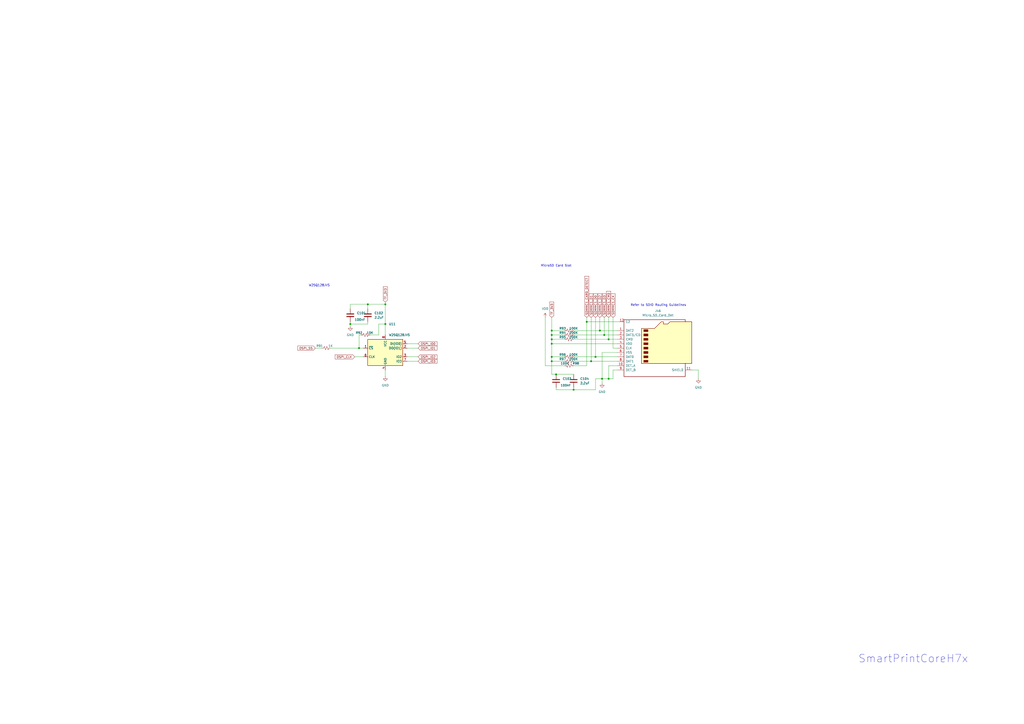
<source format=kicad_sch>
(kicad_sch (version 20230121) (generator eeschema)
  (paper "A2")
  (title_block (title "Storage") (date "2024-01-18") (rev "1") (company "Boltz R&D") (comment 1 "License: This work is licensed under CC BY-SA 4.0 "))
  (lib_symbols
    (symbol "Connector:Micro_SD_Card_Det" (pin_names (offset 1.016))
      (property "Reference" "J2" (at 0.635 21.59 0))
      (property "Value" "Micro_SD_Card_Det" (at 0.635 19.05 0))
      (symbol "Micro_SD_Card_Det_0_1"
        (rectangle (start -7.62 -6.985) (end -5.08 -8.255) (fill (type outline)))
        (rectangle (start -7.62 -4.445) (end -5.08 -5.715) (fill (type outline)))
        (rectangle (start -7.62 -1.905) (end -5.08 -3.175) (fill (type outline)))
        (rectangle (start -7.62 0.635) (end -5.08 -0.635) (fill (type outline)))
        (rectangle (start -7.62 3.175) (end -5.08 1.905) (fill (type outline)))
        (rectangle (start -7.62 5.715) (end -5.08 4.445) (fill (type outline)))
        (rectangle (start -7.62 8.255) (end -5.08 6.985) (fill (type outline)))
        (rectangle (start -7.62 10.795) (end -5.08 9.525) (fill (type outline)))
        (polyline (pts (xy 16.51 15.24) (xy 16.51 16.51) (xy -19.05 16.51) (xy -19.05 -16.51) (xy 16.51 -16.51) (xy 16.51 -8.89)) (stroke (width 0.254)))
        (polyline (pts (xy -8.89 -8.89) (xy -8.89 11.43) (xy -1.27 11.43) (xy 2.54 15.24) (xy 3.81 15.24) (xy 3.81 13.97) (xy 6.35 13.97) (xy 7.62 15.24) (xy 20.32 15.24) (xy 20.32 -8.89) (xy -8.89 -8.89)) (stroke (width 0.254)) (fill (type background)))
      )
      (symbol "Micro_SD_Card_Det_1_1"
        (pin bidirectional line (at -22.86 10.16 0) (length 3.81) (name "DAT2") (number "1"))
        (pin passive line (at -22.86 -10.16 0) (length 3.81) (name "DET_A") (number "10"))
        (pin passive line (at 20.32 -12.7 180) (length 3.81) (name "SHIELD") (number "11"))
        (pin bidirectional line (at -21.59 15.24 0) (length 2.54) (name "12") (number "12"))
        (pin bidirectional line (at -22.86 7.62 0) (length 3.81) (name "DAT3/CD") (number "2"))
        (pin input line (at -22.86 5.08 0) (length 3.81) (name "CMD") (number "3"))
        (pin power_in line (at -22.86 2.54 0) (length 3.81) (name "VDD") (number "4"))
        (pin input line (at -22.86 0 0) (length 3.81) (name "CLK") (number "5"))
        (pin power_in line (at -22.86 -2.54 0) (length 3.81) (name "VSS") (number "6"))
        (pin bidirectional line (at -22.86 -5.08 0) (length 3.81) (name "DAT0") (number "7"))
        (pin bidirectional line (at -22.86 -7.62 0) (length 3.81) (name "DAT1") (number "8"))
        (pin passive line (at -22.86 -12.7 0) (length 3.81) (name "DET_B") (number "9"))
      )
    )
    (symbol "Device:C" (pin_numbers hide) (pin_names (offset 0.254))
      (property "Reference" "C" (at 0.635 2.54 0))
      (property "Value" "C" (at 0.635 -2.54 0))
      (symbol "C_0_1"
        (polyline (pts (xy -2.032 -0.762) (xy 2.032 -0.762)) (stroke (width 0.508)))
        (polyline (pts (xy -2.032 0.762) (xy 2.032 0.762)) (stroke (width 0.508)))
      )
      (symbol "C_1_1"
        (pin passive line (at 0 3.81 270) (length 2.794) (name "~") (number "1"))
        (pin passive line (at 0 -3.81 90) (length 2.794) (name "~") (number "2"))
      )
    )
    (symbol "Device:R_Small_US" (pin_numbers hide) (pin_names (offset 0.254) hide)
      (property "Reference" "R" (at 0.762 0.508 0))
      (property "Value" "R_Small_US" (at 0.762 -1.016 0))
      (symbol "R_Small_US_1_1"
        (polyline (pts (xy 0 0) (xy 1.016 -0.381) (xy 0 -0.762) (xy -1.016 -1.143) (xy 0 -1.524)))
        (polyline (pts (xy 0 1.524) (xy 1.016 1.143) (xy 0 0.762) (xy -1.016 0.381) (xy 0 0)))
        (pin passive line (at 0 2.54 270) (length 1.016) (name "~") (number "1"))
        (pin passive line (at 0 -2.54 90) (length 1.016) (name "~") (number "2"))
      )
    )
    (symbol "Memory_Flash:W25Q128JVS"
      (property "Reference" "U" (at -8.89 8.89 0))
      (property "Value" "W25Q128JVS" (at 7.62 8.89 0))
      (symbol "W25Q128JVS_0_1"
        (rectangle (start -10.16 7.62) (end 10.16 -7.62) (stroke (width 0.254)) (fill (type background)))
      )
      (symbol "W25Q128JVS_1_1"
        (pin input line (at -12.7 2.54 0) (length 2.54) (name "~{CS}") (number "1"))
        (pin bidirectional line (at 12.7 2.54 180) (length 2.54) (name "DO(IO1)") (number "2"))
        (pin bidirectional line (at 12.7 -2.54 180) (length 2.54) (name "IO2") (number "3"))
        (pin power_in line (at 0 -10.16 90) (length 2.54) (name "GND") (number "4"))
        (pin bidirectional line (at 12.7 5.08 180) (length 2.54) (name "DI(IO0)") (number "5"))
        (pin input line (at -12.7 -2.54 0) (length 2.54) (name "CLK") (number "6"))
        (pin bidirectional line (at 12.7 -5.08 180) (length 2.54) (name "IO3") (number "7"))
        (pin power_in line (at 0 10.16 270) (length 2.54) (name "VCC") (number "8"))
      )
    )
    (symbol "power:GND" (power) (pin_names (offset 0))
      (property "Value" "GND" (at 0 -3.81 0))
      (symbol "GND_0_1"
        (polyline (pts (xy 0 0) (xy 0 -1.27) (xy 1.27 -1.27) (xy 0 -2.54) (xy -1.27 -1.27) (xy 0 -1.27)))
      )
      (symbol "GND_1_1"
        (pin power_in line (at 0 0 270) (length 0) hide (name "GND") (number "1"))
      )
    )
    (symbol "power:VDD" (power) (pin_names (offset 0))
      (property "Value" "VDD" (at 0 3.81 0))
      (symbol "VDD_0_1"
        (polyline (pts (xy -0.762 1.27) (xy 0 2.54)))
        (polyline (pts (xy 0 0) (xy 0 2.54)))
        (polyline (pts (xy 0 2.54) (xy 0.762 1.27)))
      )
      (symbol "VDD_1_1"
        (pin power_in line (at 0 0 90) (length 0) hide (name "VDD") (number "1"))
      )
    )
  )
  (junction (at 353.06 219.71))
  (junction (at 320.04 207.01))
  (junction (at 320.04 199.39))
  (junction (at 223.52 176.53))
  (junction (at 320.04 191.77))
  (junction (at 223.52 187.96))
  (junction (at 320.04 194.31))
  (junction (at 320.04 196.85))
  (junction (at 342.9 209.55))
  (junction (at 320.04 209.55))
  (junction (at 347.98 191.77))
  (junction (at 208.28 201.93))
  (junction (at 213.36 176.53))
  (junction (at 332.74 226.06))
  (junction (at 322.58 217.17))
  (junction (at 353.06 196.85))
  (junction (at 340.36 186.69))
  (junction (at 345.44 207.01))
  (junction (at 349.25 219.71))
  (junction (at 350.52 194.31))
  (junction (at 203.2 187.96))
  (wire (pts (xy 405.13 214.63) (xy 401.32 214.63)))
  (wire (pts (xy 345.44 207.01) (xy 358.14 207.01)))
  (wire (pts (xy 320.04 207.01) (xy 327.66 207.01)))
  (wire (pts (xy 209.55 194.31) (xy 208.28 194.31)))
  (wire (pts (xy 355.6 214.63) (xy 355.6 219.71)))
  (wire (pts (xy 320.04 199.39) (xy 320.04 207.01)))
  (wire (pts (xy 320.04 199.39) (xy 358.14 199.39)))
  (wire (pts (xy 332.74 191.77) (xy 347.98 191.77)))
  (wire (pts (xy 342.9 184.15) (xy 342.9 209.55)))
  (wire (pts (xy 353.06 212.09) (xy 353.06 219.71)))
  (wire (pts (xy 242.57 207.01) (xy 236.22 207.01)))
  (wire (pts (xy 223.52 187.96) (xy 223.52 194.31)))
  (wire (pts (xy 347.98 191.77) (xy 358.14 191.77)))
  (wire (pts (xy 322.58 224.79) (xy 322.58 226.06)))
  (wire (pts (xy 342.9 209.55) (xy 358.14 209.55)))
  (wire (pts (xy 349.25 219.71) (xy 349.25 204.47)))
  (wire (pts (xy 203.2 187.96) (xy 203.2 189.23)))
  (wire (pts (xy 358.14 214.63) (xy 355.6 214.63)))
  (wire (pts (xy 214.63 194.31) (xy 219.71 194.31)))
  (wire (pts (xy 219.71 194.31) (xy 219.71 187.96)))
  (wire (pts (xy 316.23 184.15) (xy 316.23 212.09)))
  (wire (pts (xy 320.04 217.17) (xy 320.04 209.55)))
  (wire (pts (xy 203.2 176.53) (xy 213.36 176.53)))
  (wire (pts (xy 316.23 212.09) (xy 327.66 212.09)))
  (wire (pts (xy 332.74 226.06) (xy 345.44 226.06)))
  (wire (pts (xy 320.04 194.31) (xy 327.66 194.31)))
  (wire (pts (xy 320.04 194.31) (xy 320.04 196.85)))
  (wire (pts (xy 332.74 207.01) (xy 345.44 207.01)))
  (wire (pts (xy 353.06 184.15) (xy 353.06 196.85)))
  (wire (pts (xy 340.36 186.69) (xy 359.41 186.69)))
  (wire (pts (xy 347.98 184.15) (xy 347.98 191.77)))
  (wire (pts (xy 208.28 194.31) (xy 208.28 201.93)))
  (wire (pts (xy 213.36 176.53) (xy 223.52 176.53)))
  (wire (pts (xy 242.57 209.55) (xy 236.22 209.55)))
  (wire (pts (xy 320.04 196.85) (xy 327.66 196.85)))
  (wire (pts (xy 349.25 222.25) (xy 349.25 219.71)))
  (wire (pts (xy 405.13 219.71) (xy 405.13 214.63)))
  (wire (pts (xy 213.36 187.96) (xy 203.2 187.96)))
  (wire (pts (xy 223.52 176.53) (xy 223.52 187.96)))
  (wire (pts (xy 182.88 201.93) (xy 186.69 201.93)))
  (wire (pts (xy 332.74 196.85) (xy 353.06 196.85)))
  (wire (pts (xy 322.58 217.17) (xy 320.04 217.17)))
  (wire (pts (xy 355.6 201.93) (xy 358.14 201.93)))
  (wire (pts (xy 223.52 175.26) (xy 223.52 176.53)))
  (wire (pts (xy 353.06 219.71) (xy 349.25 219.71)))
  (wire (pts (xy 358.14 212.09) (xy 353.06 212.09)))
  (wire (pts (xy 320.04 207.01) (xy 320.04 209.55)))
  (wire (pts (xy 332.74 226.06) (xy 332.74 224.79)))
  (wire (pts (xy 350.52 194.31) (xy 358.14 194.31)))
  (wire (pts (xy 345.44 219.71) (xy 349.25 219.71)))
  (wire (pts (xy 320.04 184.15) (xy 320.04 191.77)))
  (wire (pts (xy 205.74 207.01) (xy 210.82 207.01)))
  (wire (pts (xy 203.2 187.96) (xy 203.2 186.69)))
  (wire (pts (xy 320.04 191.77) (xy 320.04 194.31)))
  (wire (pts (xy 320.04 209.55) (xy 327.66 209.55)))
  (wire (pts (xy 340.36 184.15) (xy 340.36 186.69)))
  (wire (pts (xy 322.58 217.17) (xy 332.74 217.17)))
  (wire (pts (xy 349.25 204.47) (xy 358.14 204.47)))
  (wire (pts (xy 203.2 179.07) (xy 203.2 176.53)))
  (wire (pts (xy 213.36 186.69) (xy 213.36 187.96)))
  (wire (pts (xy 223.52 218.44) (xy 223.52 214.63)))
  (wire (pts (xy 350.52 184.15) (xy 350.52 194.31)))
  (wire (pts (xy 332.74 209.55) (xy 342.9 209.55)))
  (wire (pts (xy 320.04 196.85) (xy 320.04 199.39)))
  (wire (pts (xy 345.44 226.06) (xy 345.44 219.71)))
  (wire (pts (xy 322.58 226.06) (xy 332.74 226.06)))
  (wire (pts (xy 242.57 201.93) (xy 236.22 201.93)))
  (wire (pts (xy 355.6 184.15) (xy 355.6 201.93)))
  (wire (pts (xy 345.44 184.15) (xy 345.44 207.01)))
  (wire (pts (xy 191.77 201.93) (xy 208.28 201.93)))
  (wire (pts (xy 320.04 191.77) (xy 327.66 191.77)))
  (wire (pts (xy 213.36 176.53) (xy 213.36 179.07)))
  (wire (pts (xy 242.57 199.39) (xy 236.22 199.39)))
  (wire (pts (xy 208.28 201.93) (xy 210.82 201.93)))
  (wire (pts (xy 340.36 186.69) (xy 340.36 212.09)))
  (wire (pts (xy 219.71 187.96) (xy 223.52 187.96)))
  (wire (pts (xy 332.74 194.31) (xy 350.52 194.31)))
  (wire (pts (xy 353.06 196.85) (xy 358.14 196.85)))
  (wire (pts (xy 332.74 212.09) (xy 340.36 212.09)))
  (wire (pts (xy 355.6 219.71) (xy 353.06 219.71)))
  (text "W25Q128JVS" (at 179.07 166.37 0) (effects (font (size 1.27 1.27)) (justify left bottom)))
  (text "SmartPrintCoreH7x" (at 497.84 384.81 0) (effects (font (size 4.5 4.5)) (justify left bottom)))
  (text "MicroSD Card Slot" (at 313.69 154.94 0) (effects (font (size 1.27 1.27)) (justify left bottom)))
  (text "Refer to SDIO Routing Guidelines" (at 365.76 177.8 0) (effects (font (size 1.27 1.27)) (justify left bottom)))
  (global_label "OSPI_CLK" (shape input) (at 205.74 207.01 180) (property "Intersheetrefs" "${INTERSHEET_REFS}" (effects hide)))
  (global_label "TF_3V3" (shape input) (at 223.52 175.26 90) (property "Intersheetrefs" "${INTERSHEET_REFS}" (effects hide)))
  (global_label "SDMMC1_D0" (shape input) (at 345.44 184.15 90) (property "Intersheetrefs" "${INTERSHEET_REFS}" (effects hide)))
  (global_label "SDMMC1_D1" (shape input) (at 342.9 184.15 90) (property "Intersheetrefs" "${INTERSHEET_REFS}" (effects hide)))
  (global_label "SDMMC1_CK" (shape input) (at 355.6 184.15 90) (property "Intersheetrefs" "${INTERSHEET_REFS}" (effects hide)))
  (global_label "TF_3V3" (shape input) (at 320.04 184.15 90) (property "Intersheetrefs" "${INTERSHEET_REFS}" (effects hide)))
  (global_label "OSPI_IO3" (shape input) (at 242.57 209.55 0) (property "Intersheetrefs" "${INTERSHEET_REFS}" (effects hide)))
  (global_label "OSPI_IO0" (shape input) (at 242.57 199.39 0) (property "Intersheetrefs" "${INTERSHEET_REFS}" (effects hide)))
  (global_label "SDMMC1_D3" (shape input) (at 350.52 184.15 90) (property "Intersheetrefs" "${INTERSHEET_REFS}" (effects hide)))
  (global_label "SDMMC1_D2" (shape input) (at 347.98 184.15 90) (property "Intersheetrefs" "${INTERSHEET_REFS}" (effects hide)))
  (global_label "SDMMC1_CARD_DETECT" (shape input) (at 340.36 184.15 90) (property "Intersheetrefs" "${INTERSHEET_REFS}" (effects hide)))
  (global_label "OSPI_SS" (shape input) (at 182.88 201.93 180) (property "Intersheetrefs" "${INTERSHEET_REFS}" (effects hide)))
  (global_label "OSPI_IO2" (shape input) (at 242.57 207.01 0) (property "Intersheetrefs" "${INTERSHEET_REFS}" (effects hide)))
  (global_label "OSPI_IO1" (shape input) (at 242.57 201.93 0) (property "Intersheetrefs" "${INTERSHEET_REFS}" (effects hide)))
  (global_label "SDMMC1_CMD" (shape input) (at 353.06 184.15 90) (property "Intersheetrefs" "${INTERSHEET_REFS}" (effects hide)))
  (symbol (lib_id "power:GND") (at 349.25 222.25 0) (unit 1)
    (property "Reference" "#PWR0170" (effects hide))
    (property "Value" "GND" (at 349.25 227.33 0))
  )
  (symbol (lib_id "Device:R_Small_US") (at 189.23 201.93 90) (unit 1)
    (property "Reference" "R91" (at 185.42 200.66 90))
    (property "Value" "1K" (at 191.77 200.66 90))
    (property "Footprint" "Resistor_SMD:R_0402_1005Metric" (effects hide))
    (property "Manufacturer_Part_Number" "CRGCQ0402J1K0" (effects hide))
  )
  (symbol (lib_id "Memory_Flash:W25Q128JVS") (at 223.52 204.47 0) (unit 1)
    (property "Reference" "U11" (at 225.5394 187.96 0) (effects (justify left)))
    (property "Value" "W25Q128JVS" (at 225.5394 194.31 0) (effects (justify left)))
    (property "Footprint" "Package_SO:SOIC-8_5.23x5.23mm_P1.27mm" (effects hide))
    (property "Datasheet" "http://www.winbond.com/resource-files/w25q128jv_dtr%20revc%2003272018%20plus.pdf" (effects hide))
    (property "Manufacturer_Part_Number" "W25Q128JVS" (effects hide))
  )
  (symbol (lib_id "Device:R_Small_US") (at 330.2 191.77 90) (unit 1)
    (property "Reference" "R93" (at 326.39 190.5 90))
    (property "Value" "100K" (at 332.74 190.5 90))
    (property "Footprint" "Resistor_SMD:R_0402_1005Metric" (effects hide))
    (property "Manufacturer_Part_Number" "CRGCQ0402J100K" (effects hide))
  )
  (symbol (lib_id "Device:C") (at 213.36 182.88 0) (unit 1)
    (property "Reference" "C102" (at 217.17 181.6099 0) (effects (justify left)))
    (property "Value" "2.2uF" (at 217.17 184.1499 0) (effects (justify left)))
    (property "Footprint" "Capacitor_SMD:C_0603_1608Metric" (effects hide))
    (property "Manufacturer_Part_Number" "GRM188R61E225KA12J" (effects hide))
  )
  (symbol (lib_id "Device:R_Small_US") (at 330.2 212.09 270) (mirror x) (unit 1)
    (property "Reference" "R98" (at 334.01 210.82 90))
    (property "Value" "100K" (at 327.66 210.82 90))
    (property "Footprint" "Resistor_SMD:R_0402_1005Metric" (effects hide))
    (property "Manufacturer_Part_Number" "CRGCQ0402J100K" (effects hide))
  )
  (symbol (lib_id "Device:R_Small_US") (at 330.2 207.01 90) (unit 1)
    (property "Reference" "R96" (at 326.39 205.74 90))
    (property "Value" "100K" (at 332.74 205.74 90))
    (property "Footprint" "Resistor_SMD:R_0402_1005Metric" (effects hide))
    (property "Manufacturer_Part_Number" "CRGCQ0402J100K" (effects hide))
  )
  (symbol (lib_id "power:GND") (at 223.52 218.44 0) (unit 1)
    (property "Reference" "#PWR0168" (effects hide))
    (property "Value" "GND" (at 223.52 223.52 0))
  )
  (symbol (lib_id "Device:C") (at 203.2 182.88 0) (unit 1)
    (property "Reference" "C101" (at 207.01 181.6099 0) (effects (justify left)))
    (property "Value" "100nF" (at 205.74 185.42 0) (effects (justify left)))
    (property "Footprint" "Capacitor_SMD:C_0603_1608Metric" (effects hide))
    (property "Manufacturer_Part_Number" "CL10B104JB8NNNC" (effects hide))
  )
  (symbol (lib_id "Device:C") (at 332.74 220.98 0) (unit 1)
    (property "Reference" "C104" (at 336.55 219.7099 0) (effects (justify left)))
    (property "Value" "2.2uF" (at 336.55 222.2499 0) (effects (justify left)))
    (property "Footprint" "Capacitor_SMD:C_0603_1608Metric" (effects hide))
    (property "Manufacturer_Part_Number" "GRM188R61E225KA12J" (effects hide))
  )
  (symbol (lib_id "Connector:Micro_SD_Card_Det") (at 381 201.93 0) (unit 1)
    (property "Reference" "J46" (at 381.635 180.34 0))
    (property "Value" "Micro_SD_Card_Det" (at 381.635 182.88 0))
    (property "Footprint" "microsd:473092651" (effects hide))
    (property "Datasheet" "https://www.hirose.com/product/en/download_file/key_name/DM3/category/Catalog/doc_file_id/49662/?file_category_id=4&item_id=195&is_series=1" (effects hide))
    (property "Manufacturer_Part_Number" "473092651" (effects hide))
  )
  (symbol (lib_id "Device:C") (at 322.58 220.98 0) (unit 1)
    (property "Reference" "C103" (at 326.39 219.7099 0) (effects (justify left)))
    (property "Value" "100nF" (at 325.12 223.52 0) (effects (justify left)))
    (property "Footprint" "Capacitor_SMD:C_0603_1608Metric" (effects hide))
    (property "Manufacturer_Part_Number" "CL10B104JB8NNNC" (effects hide))
  )
  (symbol (lib_id "power:VDD") (at 316.23 184.15 0) (unit 1)
    (property "Reference" "#PWR0169" (effects hide))
    (property "Value" "VDD" (at 316.23 179.07 0))
  )
  (symbol (lib_id "Device:R_Small_US") (at 330.2 209.55 90) (unit 1)
    (property "Reference" "R97" (at 326.39 208.28 90))
    (property "Value" "100K" (at 332.74 208.28 90))
    (property "Footprint" "Resistor_SMD:R_0402_1005Metric" (effects hide))
    (property "Manufacturer_Part_Number" "CRGCQ0402J100K" (effects hide))
  )
  (symbol (lib_id "Device:R_Small_US") (at 330.2 194.31 90) (unit 1)
    (property "Reference" "R94" (at 326.39 193.04 90))
    (property "Value" "100K" (at 332.74 193.04 90))
    (property "Footprint" "Resistor_SMD:R_0402_1005Metric" (effects hide))
    (property "Manufacturer_Part_Number" "CRGCQ0402J100K" (effects hide))
  )
  (symbol (lib_id "Device:R_Small_US") (at 330.2 196.85 90) (unit 1)
    (property "Reference" "R95" (at 326.39 195.58 90))
    (property "Value" "100K" (at 332.74 195.58 90))
    (property "Footprint" "Resistor_SMD:R_0402_1005Metric" (effects hide))
    (property "Manufacturer_Part_Number" "CRGCQ0402J100K" (effects hide))
  )
  (symbol (lib_id "power:GND") (at 405.13 219.71 0) (unit 1)
    (property "Reference" "#PWR0233" (effects hide))
    (property "Value" "GND" (at 405.13 224.79 0))
  )
  (symbol (lib_id "Device:R_Small_US") (at 212.09 194.31 90) (unit 1)
    (property "Reference" "R92" (at 208.28 193.04 90))
    (property "Value" "10K" (at 214.63 193.04 90))
    (property "Footprint" "Resistor_SMD:R_0402_1005Metric" (effects hide))
    (property "Manufacturer_Part_Number" "CRCW040210K0FKEDC" (effects hide))
  )
  (symbol (lib_id "power:GND") (at 203.2 189.23 0) (unit 1)
    (property "Reference" "#PWR0167" (effects hide))
    (property "Value" "GND" (at 203.2 194.31 0))
  )
)
</source>
